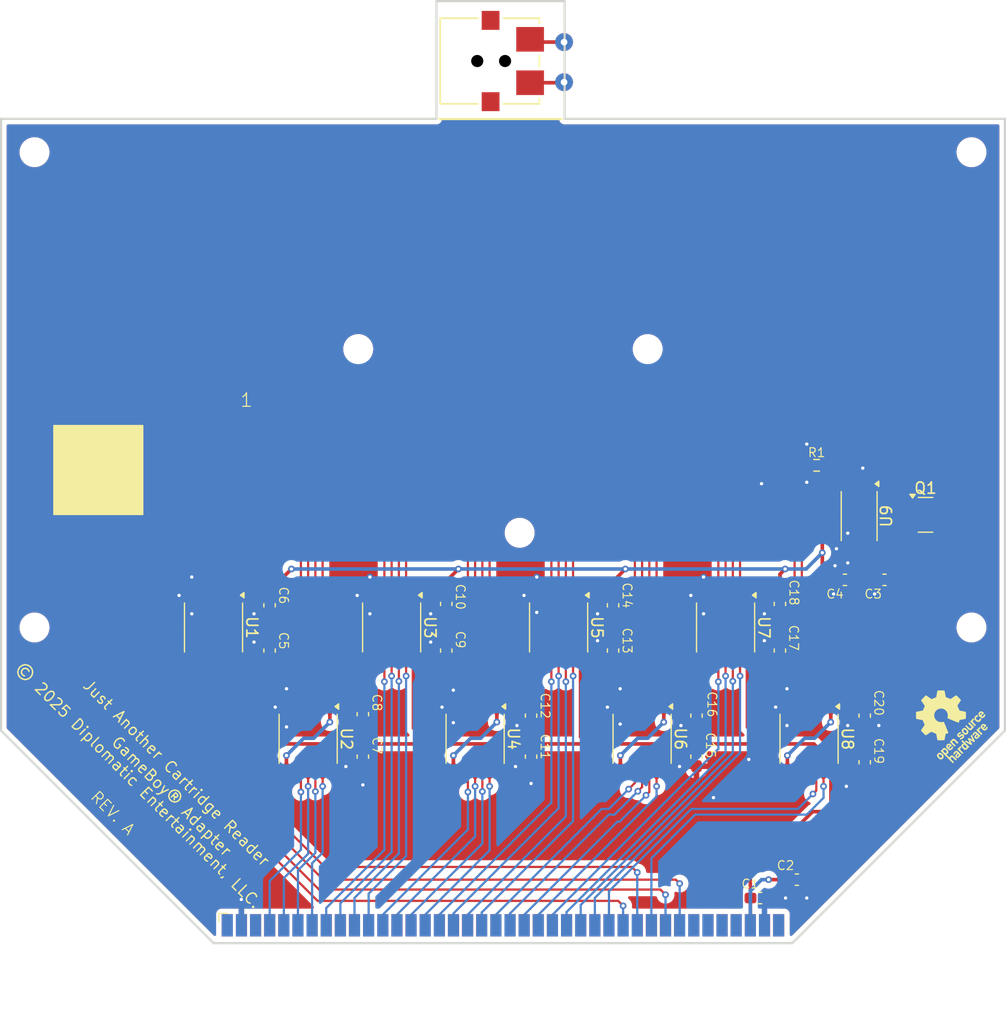
<source format=kicad_pcb>
(kicad_pcb (version 20241229) (generator "pcbnew") (generator_version "9.0")
  (title_block (title "JACR GameBoy Adapter") (rev "A") (company "Diplomatic Entertainment, LLC.") (comment 1 "Break-off switch board and place for added height to switch"))
  (layers (0 "F.Cu" signal) (2 "B.Cu" signal) (13 "F.Paste" user) (15 "B.Paste" user) (5 "F.SilkS" user "F.Silkscreen") (7 "B.SilkS" user "B.Silkscreen") (1 "F.Mask" user) (3 "B.Mask" user) (25 "Edge.Cuts" user))
  (net 0 "")
  (net 3 "GND")
  (net 4 "+5V")
  (net 5 "VCC")
  (net 12 "+3V3")
  (net 67 "A2")
  (net 68 "D6")
  (net 69 "A11")
  (net 70 "A10")
  (net 71 "A7")
  (net 72 "A12")
  (net 73 "A9")
  (net 74 "D8")
  (net 75 "A8")
  (net 76 "A15")
  (net 77 "D9")
  (net 78 "A1")
  (net 79 "A3")
  (net 80 "A14")
  (net 81 "D16")
  (net 82 "A5")
  (net 83 "A13")
  (net 84 "A4")
  (net 85 "A6")
  (net 86 "A0")
  (net 87 "D16_LVS")
  (net 88 "D6_LVS")
  (net 89 "D8_LVS")
  (net 90 "D9_LVS")
  (net 91 "D7")
  (net 92 "D36")
  (net 93 "D34")
  (net 94 "D33")
  (net 95 "D37")
  (net 96 "D30")
  (net 97 "D35")
  (net 98 "D17")
  (net 99 "D32")
  (net 100 "D31")
  (net 101 "D34_LVS")
  (net 102 "D33_LVS")
  (net 103 "A12_LVS")
  (net 104 "A15_LVS")
  (net 105 "D37_LVS")
  (net 106 "A5_LVS")
  (net 107 "A2_LVS")
  (net 108 "A6_LVS")
  (net 109 "D32_LVS")
  (net 110 "A7_LVS")
  (net 111 "A3_LVS")
  (net 112 "A1_LVS")
  (net 113 "A4_LVS")
  (net 114 "D35_LVS")
  (net 115 "A11_LVS")
  (net 116 "A8_LVS")
  (net 117 "D17_LVS")
  (net 118 "A9_LVS")
  (net 119 "A0_LVS")
  (net 120 "D30_LVS")
  (net 121 "D7_LVS")
  (net 122 "A14_LVS")
  (net 123 "A13_LVS")
  (net 124 "D31_LVS")
  (net 125 "D36_LVS")
  (net 126 "A10_LVS")
  (net 129 "Net-(Q1-D)")
  (net 131 "Net-(U9-ILIM)")
  (net 132 "/SW1A1")
  (net 133 "/SW1A2")
  (net 134 "/SW1B2")
  (footprint "Package_SO:TSSOP-8_4.4x3mm_P0.65mm" (layer "F.Cu") (at 182 80 -90)
    (property "Reference" "U9")
    (property "Value" "TPS2113APWR")
  )
  (footprint "Capacitor_SMD:C_0603_1608Metric_Pad1.08x0.95mm_HandSolder" (layer "F.Cu") (at 182.499 97.917 -90)
    (property "Reference" "C20")
    (property "Value" "0.1uF")
  )
  (footprint "MountingHole:MountingHole_2.2mm_M2_ISO7380" (layer "F.Cu") (at 107.917666 47.32)
    (property "Reference" "REF**" (hide yes))
    (property "Value" "MountingHole_2.2mm_M2_ISO7380" (hide yes))
  )
  (footprint "Capacitor_SMD:C_0603_1608Metric_Pad1.08x0.95mm_HandSolder" (layer "F.Cu") (at 144.907 87.884 -90)
    (property "Reference" "C10")
    (property "Value" "0.1uF")
  )
  (footprint "Capacitor_SMD:C_0603_1608Metric_Pad1.08x0.95mm_HandSolder" (layer "F.Cu") (at 173.101 114.3)
    (property "Reference" "C1")
    (property "Value" "10uF")
  )
  (footprint "Package_TO_SOT_SMD:SOT-23" (layer "F.Cu") (at 187.96 79.883)
    (property "Reference" "Q1")
    (property "Value" "BSS84")
  )
  (footprint "Capacitor_SMD:C_0603_1608Metric_Pad1.08x0.95mm_HandSolder" (layer "F.Cu") (at 159.893 88.011 -90)
    (property "Reference" "C14")
    (property "Value" "0.1uF")
  )
  (footprint "Generic:ESE-31R11T_PAN" (layer "F.Cu") (at 148.820701 39.13 90)
    (property "Reference" "SW1_A1" (hide yes))
    (property "Value" "ESE-31X11T")
  )
  (footprint "Package_SO:TSSOP-14_4.4x5mm_P0.65mm" (layer "F.Cu") (at 140 90 -90)
    (property "Reference" "U3")
    (property "Value" "LSF0204PWR")
  )
  (footprint "Capacitor_SMD:C_0603_1608Metric_Pad1.08x0.95mm_HandSolder" (layer "F.Cu") (at 137.414 101.6 -90)
    (property "Reference" "C7")
    (property "Value" "0.1uF")
  )
  (footprint "Symbol:OSHW-Logo_5.7x6mm_SilkScreen" (layer "F.Cu") (at 189.9 98.45 45)
    (property "Reference" "REF**" (hide yes))
    (property "Value" "OSHW-Logo_5.7x6mm_SilkScreen" (hide yes))
  )
  (footprint "Package_SO:TSSOP-14_4.4x5mm_P0.65mm" (layer "F.Cu") (at 162.5 100 -90)
    (property "Reference" "U6")
    (property "Value" "LSF0204PWR")
  )
  (footprint "Capacitor_SMD:C_0603_1608Metric_Pad1.08x0.95mm_HandSolder" (layer "F.Cu") (at 152.527 101.6 -90)
    (property "Reference" "C11")
    (property "Value" "0.1uF")
  )
  (footprint "Resistor_SMD:R_0603_1608Metric_Pad0.98x0.95mm_HandSolder" (layer "F.Cu") (at 178.181 75.438)
    (property "Reference" "R1")
    (property "Value" "510")
  )
  (footprint "JLCPCB:2D Barcode 8mm" (layer "F.Cu") (at 113.65 75.86)
    (property "Reference" "BAR**" (hide yes))
    (property "Value" "2D Barcode 8mm")
  )
  (footprint "Capacitor_SMD:C_0603_1608Metric_Pad1.08x0.95mm_HandSolder" (layer "F.Cu") (at 184.277 85.725 180)
    (property "Reference" "C3")
    (property "Value" "0.1uF")
  )
  (footprint "Capacitor_SMD:C_0603_1608Metric_Pad1.08x0.95mm_HandSolder" (layer "F.Cu") (at 137.414 97.79 -90)
    (property "Reference" "C8")
    (property "Value" "0.1uF")
  )
  (footprint "Nintendo:GBA-SLOT-B" (layer "F.Cu") (at 150 68.5 90)
    (property "Reference" "J2" (hide yes))
    (property "Value" "Nintendo GBA Cartridge Slot" (hide yes))
  )
  (footprint "Capacitor_SMD:C_0603_1608Metric_Pad1.08x0.95mm_HandSolder" (layer "F.Cu") (at 144.907 92.075 90)
    (property "Reference" "C9")
    (property "Value" "0.1uF")
  )
  (footprint "Package_SO:TSSOP-14_4.4x5mm_P0.65mm" (layer "F.Cu") (at 132.5 100 -90)
    (property "Reference" "U2")
    (property "Value" "LSF0204PWR")
  )
  (footprint "Package_SO:TSSOP-14_4.4x5mm_P0.65mm" (layer "F.Cu") (at 155 90 -90)
    (property "Reference" "U5")
    (property "Value" "LSF0204PWR")
  )
  (footprint "Capacitor_SMD:C_0603_1608Metric_Pad1.08x0.95mm_HandSolder" (layer "F.Cu") (at 176.403 112.649)
    (property "Reference" "C2")
    (property "Value" "10uF")
  )
  (footprint "Package_SO:TSSOP-14_4.4x5mm_P0.65mm" (layer "F.Cu") (at 147.5 100 -90)
    (property "Reference" "U4")
    (property "Value" "LSF0204PWR")
  )
  (footprint "Capacitor_SMD:C_0603_1608Metric_Pad1.08x0.95mm_HandSolder" (layer "F.Cu") (at 174.879 92.075 90)
    (property "Reference" "C17")
    (property "Value" "0.1uF")
  )
  (footprint "MountingHole:MountingHole_2.2mm_M2_ISO7380" (layer "F.Cu") (at 151.5 81.5)
    (property "Reference" "REF**" (hide yes))
    (property "Value" "MountingHole_2.2mm_M2_ISO7380" (hide yes))
  )
  (footprint "Package_SO:TSSOP-14_4.4x5mm_P0.65mm" (layer "F.Cu") (at 177.5 100 -90)
    (property "Reference" "U8")
    (property "Value" "LSF0204PWR")
  )
  (footprint "Capacitor_SMD:C_0603_1608Metric_Pad1.08x0.95mm_HandSolder" (layer "F.Cu") (at 159.893 92.075 90)
    (property "Reference" "C13")
    (property "Value" "0.1uF")
  )
  (footprint "MountingHole:MountingHole_2.2mm_M2_ISO7380" (layer "F.Cu") (at 192.091043 47.32)
    (property "Reference" "REF**" (hide yes))
    (property "Value" "MountingHole_2.2mm_M2_ISO7380" (hide yes))
  )
  (footprint "Capacitor_SMD:C_0603_1608Metric_Pad1.08x0.95mm_HandSolder" (layer "F.Cu") (at 129.032 88.011 -90)
    (property "Reference" "C6")
    (property "Value" "0.1uF")
  )
  (footprint "MountingHole:MountingHole_2.2mm_M2_ISO7380" (layer "F.Cu") (at 107.917666 90)
    (property "Reference" "REF**" (hide yes))
    (property "Value" "MountingHole_2.2mm_M2_ISO7380" (hide yes))
  )
  (footprint "Capacitor_SMD:C_0603_1608Metric_Pad1.08x0.95mm_HandSolder" (layer "F.Cu") (at 167.386 101.6 -90)
    (property "Reference" "C15")
    (property "Value" "0.1uF")
  )
  (footprint "Package_SO:TSSOP-14_4.4x5mm_P0.65mm" (layer "F.Cu") (at 170 90 -90)
    (property "Reference" "U7")
    (property "Value" "LSF0204PWR")
  )
  (footprint "Capacitor_SMD:C_0603_1608Metric_Pad1.08x0.95mm_HandSolder" (layer "F.Cu") (at 167.386 97.917 -90)
    (property "Reference" "C16")
    (property "Value" "0.1uF")
  )
  (footprint "Capacitor_SMD:C_0603_1608Metric_Pad1.08x0.95mm_HandSolder" (layer "F.Cu") (at 152.527 97.917 -90)
    (property "Reference" "C12")
    (property "Value" "0.1uF")
  )
  (footprint "Package_SO:TSSOP-14_4.4x5mm_P0.65mm" (layer "F.Cu") (at 124 90 -90)
    (property "Reference" "U1")
    (property "Value" "LSF0204PWR")
  )
  (footprint "Capacitor_SMD:C_0603_1608Metric_Pad1.08x0.95mm_HandSolder" (layer "F.Cu") (at 182.499 102.108 -90)
    (property "Reference" "C19")
    (property "Value" "0.1uF")
  )
  (footprint "Connector_Wire:SolderWire-0.1sqmm_1x02_P3.6mm_D0.4mm_OD1mm" (layer "F.Cu") (at 155.49 41.03 90)
    (property "Reference" "SW1A1" (hide yes))
    (property "Value" "Conn_01x02")
  )
  (footprint "Capacitor_SMD:C_0603_1608Metric_Pad1.08x0.95mm_HandSolder" (layer "F.Cu") (at 129.032 92.075 90)
    (property "Reference" "C5")
    (property "Value" "0.1uF")
  )
  (footprint "Capacitor_SMD:C_0603_1608Metric_Pad1.08x0.95mm_HandSolder" (layer "F.Cu") (at 180.721 85.725)
    (property "Reference" "C4")
    (property "Value" "0.1uF")
  )
  (footprint "MountingHole:MountingHole_2.2mm_M2_ISO7380" (layer "F.Cu") (at 192.091043 90)
    (property "Reference" "REF**" (hide yes))
    (property "Value" "MountingHole_2.2mm_M2_ISO7380" (hide yes))
  )
  (footprint "Connector_Wire:SolderWire-0.1sqmm_1x02_P3.6mm_D0.4mm_OD1mm" (layer "F.Cu") (at 110.46 57.35 -90)
    (property "Reference" "SW1B1" (hide yes))
    (property "Value" "Conn_01x02" (hide yes))
  )
  (footprint "Capacitor_SMD:C_0603_1608Metric_Pad1.08x0.95mm_HandSolder" (layer "F.Cu") (at 174.879 87.884 -90)
    (property "Reference" "C18")
    (property "Value" "0.1uF")
  )
  (footprint "DiplomaticEntertainment:JACR Cartridge Connector" (layer "F.Cu") (at 150 114.75)
    (property "Reference" "J1" (hide yes))
    (property "Value" "JACR CARTRIDGE ADAPTER")
  )
  (footprint "Connector_Wire:SolderWire-0.1sqmm_1x02_P3.6mm_D0.4mm_OD1mm" (layer "F.Cu") (at 189.52 60.21 90)
    (property "Reference" "SW1B1" (hide yes))
    (property "Value" "Conn_01x02" (hide yes))
  )
  (gr_line (start 144.28 44.34) (end 155.28 44.34) (stroke (width 0.2)) (layer "F.SilkS"))
  (gr_line (start 176 118.35) (end 124 118.35) (stroke (width 0.2)) (layer "Edge.Cuts"))
  (gr_line (start 124 118.35) (end 104.917666 99.267666) (stroke (width 0.2)) (layer "Edge.Cuts"))
  (gr_line (start 144.027666 44.32) (end 144.027666 33.75) (stroke (width 0.2)) (layer "Edge.Cuts"))
  (gr_line (start 195.091043 44.32) (end 195.091043 99.255891) (stroke (width 0.2)) (layer "Edge.Cuts"))
  (gr_line (start 144.027666 33.75) (end 155.54 33.75) (stroke (width 0.2)) (layer "Edge.Cuts"))
  (gr_line (start 176 118.35) (end 195.091883 99.258117) (stroke (width 0.2)) (layer "Edge.Cuts"))
  (gr_line (start 104.917666 44.32) (end 144.027666 44.32) (stroke (width 0.2)) (layer "Edge.Cuts"))
  (gr_line (start 195.091043 44.32) (end 155.54 44.32) (stroke (width 0.2)) (layer "Edge.Cuts"))
  (gr_line (start 155.54 44.32) (end 155.54 33.75) (stroke (width 0.2)) (layer "Edge.Cuts"))
  (gr_line (start 104.917666 44.32) (end 104.917666 99.267666) (stroke (width 0.2)) (layer "Edge.Cuts"))
  (gr_text "© 2025 Diplomatic Entertainment, LLC." (at 105.994 93.776 315) (layer "F.SilkS") (effects (font (size 1 1) (thickness 0.125)) (justify left bottom)))
  (gr_text "REV. A" (at 112.77 105.31 315) (layer "F.SilkS") (effects (font (size 1 1) (thickness 0.1)) (justify left bottom)))
  (gr_text "GameBoy^{®} Adapter" (at 114.63 100.38 315) (layer "F.SilkS") (effects (font (size 1 1) (thickness 0.125)) (justify left bottom)))
  (gr_text "Just Another Cartridge Reader" (at 112.09 95.3 315) (layer "F.SilkS") (effects (font (size 1 1) (thickness 0.125)) (justify left bottom)))
  (segment (start 181.025 82.8625) (end 181.025 84.151) (width 0.2) (layer "F.Cu") (net 3))
  (segment (start 138.05 85.472) (end 138.049 85.471) (width 0.2) (layer "F.Cu") (net 3))
  (segment (start 122.05 85.474) (end 122.047 85.471) (width 0.2) (layer "F.Cu") (net 3))
  (segment (start 153.05 87.1375) (end 153.05 88.631) (width 0.2) (layer "F.Cu") (net 3))
  (segment (start 153.05 87.1375) (end 153.05 85.486) (width 0.2) (layer "F.Cu") (net 3))
  (segment (start 138.05 88.772) (end 138.049 88.773) (width 0.2) (layer "F.Cu") (net 3))
  (segment (start 122.05 87.1375) (end 120.9195 87.1375) (width 0.2) (layer "F.Cu") (net 3))
  (segment (start 168.05 87.1375) (end 166.8935 87.1375) (width 0.2) (layer "F.Cu") (net 3))
  (segment (start 145.55 97.1375) (end 144.5435 97.1375) (width 0.2) (layer "F.Cu") (net 3))
  (segment (start 136.9215 87.1375) (end 136.906 87.122) (width 0.2) (layer "F.Cu") (net 3))
  (segment (start 138.05 87.1375) (end 138.05 88.772) (width 0.2) (layer "F.Cu") (net 3))
  (segment (start 181.025 84.151) (end 180.975 84.201) (width 0.2) (layer "F.Cu") (net 3))
  (segment (start 122.05 88.77) (end 122.047 88.773) (width 0.2) (layer "F.Cu") (net 3))
  (segment (start 138.05 87.1375) (end 138.05 85.472) (width 0.2) (layer "F.Cu") (net 3))
  (segment (start 153.05 85.486) (end 153.035 85.471) (width 0.2) (layer "F.Cu") (net 3))
  (segment (start 182.325 75.692) (end 182.325 77.1375) (width 0.2) (layer "F.Cu") (net 3))
  (segment (start 120.9195 87.1375) (end 120.904 87.122) (width 0.2) (layer "F.Cu") (net 3))
  (segment (start 153.05 87.1375) (end 151.9075 87.1375) (width 0.2) (layer "F.Cu") (net 3))
  (segment (start 145.55 97.1375) (end 145.55 95.639) (width 0.2) (layer "F.Cu") (net 3))
  (segment (start 181.025 82.8625) (end 181.025 81.584) (width 0.2) (layer "F.Cu") (net 3))
  (segment (start 181.025 81.584) (end 180.975 81.534) (width 0.2) (layer "F.Cu") (net 3))
  (segment (start 173.495 114.7685) (end 173.9635 114.3) (width 0.2) (layer "F.Cu") (net 3))
  (segment (start 145.55 97.1375) (end 145.55 98.544) (width 0.2) (layer "F.Cu") (net 3))
  (segment (start 168.05 87.1375) (end 168.05 85.5) (width 0.2) (layer "F.Cu") (net 3))
  (segment (start 144.5435 97.1375) (end 144.526 97.155) (width 0.2) (layer "F.Cu") (net 3))
  (segment (start 145.55 98.544) (end 145.542 98.552) (width 0.2) (layer "F.Cu") (net 3))
  (segment (start 138.05 87.1375) (end 136.9215 87.1375) (width 0.2) (layer "F.Cu") (net 3))
  (segment (start 153.05 88.631) (end 153.035 88.646) (width 0.2) (layer "F.Cu") (net 3))
  (segment (start 130.55 95.51) (end 130.556 95.504) (width 0.2) (layer "F.Cu") (net 3))
  (segment (start 168.05 88.744) (end 168.021 88.773) (width 0.2) (layer "F.Cu") (net 3))
  (segment (start 130.55 98.927) (end 130.556 98.933) (width 0.2) (layer "F.Cu") (net 3))
  (segment (start 166.8935 87.1375) (end 166.878 87.122) (width 0.2) (layer "F.Cu") (net 3))
  (segment (start 130.55 97.1375) (end 130.55 95.51) (width 0.2) (layer "F.Cu") (net 3))
  (segment (start 168.05 85.5) (end 168.021 85.471) (width 0.2) (layer "F.Cu") (net 3))
  (segment (start 122.05 87.1375) (end 122.05 88.77) (width 0.2) (layer "F.Cu") (net 3))
  (segment (start 122.05 87.1375) (end 122.05 85.474) (width 0.2) (layer "F.Cu") (net 3))
  (segment (start 168.05 87.1375) (end 168.05 88.744) (width 0.2) (layer "F.Cu") (net 3))
  (segment (start 129.5575 97.1375) (end 129.54 97.155) (width 0.2) (layer "F.Cu") (net 3))
  (segment (start 173.495 116.75) (end 173.495 114.7685) (width 0.2) (layer "F.Cu") (net 3))
  (segment (start 145.55 95.639) (end 145.542 95.631) (width 0.2) (layer "F.Cu") (net 3))
  (segment (start 151.9075 87.1375) (end 151.892 87.122) (width 0.2) (layer "F.Cu") (net 3))
  (segment (start 181.025 82.8625) (end 180.0275 82.8625) (width 0.2) (layer "F.Cu") (net 3))
  (segment (start 130.55 97.1375) (end 130.55 98.927) (width 0.2) (layer "F.Cu") (net 3))
  (segment (start 180.0275 82.8625) (end 179.959 82.931) (width 0.2) (layer "F.Cu") (net 3))
  (segment (start 130.55 97.1375) (end 129.5575 97.1375) (width 0.2) (layer "F.Cu") (net 3))
  (via (at 143.51 88.773) (size 0.6) (drill 0.3) (layers "F.Cu" "B.Cu") (net 3))
  (via (at 179.959 82.931) (size 0.6) (drill 0.3) (layers "F.Cu" "B.Cu") (net 3))
  (via (at 182.325 75.692) (size 0.6) (drill 0.3) (layers "F.Cu" "B.Cu") (net 3))
  (via (at 173.482 91.186) (size 0.6) (drill 0.3) (layers "F.Cu" "B.Cu") (net 3))
  (via (at 175.387 114.3) (size 0.6) (drill 0.3) (layers "F.Cu" "B.Cu") (net 3))
  (via (at 172.085 101.854) (size 0.6) (drill 0.3) (layers "F.Cu" "B.Cu") (net 3))
  (via (at 144.526 97.155) (size 0.6) (drill 0.3) (layers "F.Cu" "B.Cu") (net 3))
  (via (at 177.292 76.962) (size 0.6) (drill 0.3) (layers "F.Cu" "B.Cu") (net 3))
  (via (at 183.769 98.806) (size 0.6) (drill 0.3) (layers "F.Cu" "B.Cu") (net 3))
  (via (at 122.047 85.471) (size 0.6) (drill 0.3) (layers "F.Cu" "B.Cu") (net 3))
  (via (at 136.906 87.122) (size 0.6) (drill 0.3) (layers "F.Cu" "B.Cu") (net 3))
  (via (at 183.388 86.995) (size 0.6) (drill 0.3) (layers "F.Cu" "B.Cu") (net 3))
  (via (at 153.035 85.471) (size 0.6) (drill 0.3) (layers "F.Cu" "B.Cu") (net 3))
  (via (at 177.292 114.3) (size 0.6) (drill 0.3) (layers "F.Cu" "B.Cu") (net 3))
  (via (at 138.049 85.471) (size 0.6) (drill 0.3) (layers "F.Cu" "B.Cu") (net 3))
  (via (at 135.89 102.489) (size 0.6) (drill 0.3) (layers "F.Cu" "B.Cu") (net 3))
  (via (at 165.989 98.806) (size 0.6) (drill 0.3) (layers "F.Cu" "B.Cu") (net 3))
  (via (at 175.514 95.504) (size 0.6) (drill 0.3) (layers "F.Cu" "B.Cu") (net 3))
  (via (at 160.528 95.504) (size 0.6) (drill 0.3) (layers "F.Cu" "B.Cu") (net 3))
  (via (at 145.542 98.552) (size 0.6) (drill 0.3) (layers "F.Cu" "B.Cu") (net 3))
  (via (at 180.975 98.806) (size 0.6) (drill 0.3) (layers "F.Cu" "B.Cu") (net 3))
  (via (at 153.035 88.646) (size 0.6) (drill 0.3) (layers "F.Cu" "B.Cu") (net 3))
  (via (at 166.878 87.122) (size 0.6) (drill 0.3) (layers "F.Cu" "B.Cu") (net 3))
  (via (at 151.13 102.489) (size 0.6) (drill 0.3) (layers "F.Cu" "B.Cu") (net 3))
  (via (at 129.54 97.155) (size 0.6) (drill 0.3) (layers "F.Cu" "B.Cu") (net 3))
  (via (at 160.528 98.679) (size 0.6) (drill 0.3) (layers "F.Cu" "B.Cu") (net 3))
  (via (at 180.848 104.267) (size 0.6) (drill 0.3) (layers "F.Cu" "B.Cu") (net 3))
  (via (at 151.257 98.806) (size 0.6) (drill 0.3) (layers "F.Cu" "B.Cu") (net 3))
  (via (at 179.705 86.995) (size 0.6) (drill 0.3) (layers "F.Cu" "B.Cu") (net 3))
  (via (at 168.91 105.283) (size 0.6) (drill 0.3) (layers "F.Cu" "B.Cu") (net 3))
  (via (at 127.635 88.773) (size 0.6) (drill 0.3) (layers "F.Cu" "B.Cu") (net 3))
  (via (at 173.228 77.089) (size 0.6) (drill 0.3) (layers "F.Cu" "B.Cu") (net 3))
  (via (at 165.862 102.489) (size 0.6) (drill 0.3) (layers "F.Cu" "B.Cu") (net 3))
  (via (at 180.975 81.534) (size 0.6) (drill 0.3) (layers "F.Cu" "B.Cu") (net 3))
  (via (at 130.556 95.504) (size 0.6) (drill 0.3) (layers "F.Cu" "B.Cu") (net 3))
  (via (at 158.496 88.773) (size 0.6) (drill 0.3) (layers "F.Cu" "B.Cu") (net 3))
  (via (at 159.385 97.155) (size 0.6) (drill 0.3) (layers "F.Cu" "B.Cu") (net 3))
  (via (at 177.292 73.533) (size 0.6) (drill 0.3) (layers "F.Cu" "B.Cu") (net 3))
  (via (at 152.527 104.013) (size 0.6) (drill 0.3) (layers "F.Cu" "B.Cu") (net 3))
  (via (at 168.021 88.773) (size 0.6) (drill 0.3) (layers "F.Cu" "B.Cu") (net 3))
  (via (at 143.51 91.313) (size 0.6) (drill 0.3) (layers "F.Cu" "B.Cu") (net 3))
  (via (at 174.498 97.155) (size 0.6) (drill 0.3) (layers "F.Cu" "B.Cu") (net 3))
  (via (at 175.514 98.806) (size 0.6) (drill 0.3) (layers "F.Cu" "B.Cu") (net 3))
  (via (at 168.021 85.471) (size 0.6) (drill 0.3) (layers "F.Cu" "B.Cu") (net 3))
  (via (at 151.892 87.122) (size 0.6) (drill 0.3) (layers "F.Cu" "B.Cu") (net 3))
  (via (at 138.049 88.773) (size 0.6) (drill 0.3) (layers "F.Cu" "B.Cu") (net 3))
  (via (at 173.482 88.773) (size 0.6) (drill 0.3) (layers "F.Cu" "B.Cu") (net 3))
  (via (at 122.047 88.773) (size 0.6) (drill 0.3) (layers "F.Cu" "B.Cu") (net 3))
  (via (at 137.414 104.14) (size 0.6) (drill 0.3) (layers "F.Cu" "B.Cu") (net 3))
  (via (at 145.542 95.631) (size 0.6) (drill 0.3) (layers "F.Cu" "B.Cu") (net 3))
  (via (at 130.556 98.933) (size 0.6) (drill 0.3) (layers "F.Cu" "B.Cu") (net 3))
  (via (at 180.975 84.201) (size 0.6) (drill 0.3) (layers "F.Cu" "B.Cu") (net 3))
  (via (at 158.496 91.186) (size 0.6) (drill 0.3) (layers "F.Cu" "B.Cu") (net 3))
  (via (at 120.904 87.122) (size 0.6) (drill 0.3) (layers "F.Cu" "B.Cu") (net 3))
  (via (at 126.492 114.427) (size 0.6) (drill 0.3) (layers "F.Cu" "B.Cu") (net 3))
  (via (at 127.635 91.313) (size 0.6) (drill 0.3) (layers "F.Cu" "B.Cu") (net 3))
  (via (at 179.832 84.455) (size 0.6) (drill 0.3) (layers "F.Cu" "B.Cu") (net 3))
  (segment (start 180.374 102.8625) (end 181.991 101.2455) (width 0.325) (layer "F.Cu") (net 4))
  (segment (start 148.463 100.457) (end 143.383 100.457) (width 0.325) (layer "F.Cu") (net 4))
  (segment (start 149.45 102.8625) (end 149.45 101.444) (width 0.325) (layer "F.Cu") (net 4))
  (segment (start 125.95 92.8625) (end 128.957 92.8625) (width 0.325) (layer "F.Cu") (net 4))
  (segment (start 165.708336 100.468664) (end 165.708336 100.457) (width 0.325) (layer "F.Cu") (net 4))
  (segment (start 142.025 92.9375) (end 141.95 92.8625) (width 0.325) (layer "F.Cu") (net 4))
  (segment (start 156.972 92.8845) (end 156.972 99.822) (width 0.325) (layer "F.Cu") (net 4))
  (segment (start 179.45 102.8625) (end 179.45 101.98) (width 0.325) (layer "F.Cu") (net 4))
  (segment (start 179.4635 106.5405) (end 180.6065 106.5405) (width 0.325) (layer "F.Cu") (net 4))
  (segment (start 171.9635 98.9385) (end 171.9635 92.876) (width 0.325) (layer "F.Cu") (net 4))
  (segment (start 171.9635 92.876) (end 171.95 92.8625) (width 0.325) (layer "F.Cu") (net 4))
  (segment (start 179.4635 102.876) (end 179.45 102.8625) (width 0.325) (layer "F.Cu") (net 4))
  (segment (start 179.45 101.98) (end 177.927 100.457) (width 0.325) (layer "F.Cu") (net 4))
  (segment (start 134.45 102.8625) (end 134.45 101.557) (width 0.325) (layer "F.Cu") (net 4))
  (segment (start 164.45 102.8625) (end 164.45 101.727) (width 0.325) (layer "F.Cu") (net 4))
  (segment (start 180.6065 106.5405) (end 184.658 102.489) (width 0.325) (layer "F.Cu") (net 4))
  (segment (start 141.9635 92.876) (end 141.95 92.8625) (width 0.325) (layer "F.Cu") (net 4))
  (segment (start 164.45 101.727) (end 165.708336 100.468664) (width 0.325) (layer "F.Cu") (net 4))
  (segment (start 177.8125 106.5405) (end 179.4635 106.5405) (width 0.325) (layer "F.Cu") (net 4))
  (segment (start 181.675 85.6335) (end 181.675 82.8625) (width 0.325) (layer "F.Cu") (net 4))
  (segment (start 157.025 92.9375) (end 156.95 92.8625) (width 0.325) (layer "F.Cu") (net 4))
  (segment (start 179.45 102.8625) (end 180.374 102.8625) (width 0.325) (layer "F.Cu") (net 4))
  (segment (start 141.9635 99.0375) (end 141.9635 92.876) (width 0.325) (layer "F.Cu") (net 4))
  (segment (start 173.482 100.457) (end 171.9635 98.9385) (width 0.325) (layer "F.Cu") (net 4))
  (segment (start 157.607 100.457) (end 173.482 100.457) (width 0.325) (layer "F.Cu") (net 4))
  (segment (start 159.893 92.9375) (end 157.025 92.9375) (width 0.325) (layer "F.Cu") (net 4))
  (segment (start 144.907 92.9375) (end 142.025 92.9375) (width 0.325) (layer "F.Cu") (net 4))
  (segment (start 125.95 97.883) (end 125.95 92.8625) (width 0.325) (layer "F.Cu") (net 4))
  (segment (start 128.524 100.457) (end 125.95 97.883) (width 0.325) (layer "F.Cu") (net 4))
  (segment (start 181.991 101.2455) (end 182.499 101.2455) (width 0.325) (layer "F.Cu") (net 4))
  (segment (start 172.225 117) (end 172.225 112.128) (width 0.325) (layer "F.Cu") (net 4))
  (segment (start 172.225 112.128) (end 177.8125 106.5405) (width 0.325) (layer "F.Cu") (net 4))
  (segment (start 134.45 101.557) (end 135.55 100.457) (width 0.325) (layer "F.Cu") (net 4))
  (segment (start 172.025 92.9375) (end 171.95 92.8625) (width 0.325) (layer "F.Cu") (net 4))
  (segment (start 143.383 100.457) (end 128.524 100.457) (width 0.325) (layer "F.Cu") (net 4))
  (segment (start 181.5835 87.4765) (end 181.5835 85.725) (width 0.325) (layer "F.Cu") (net 4))
  (segment (start 181.5835 85.725) (end 181.675 85.6335) (width 0.325) (layer "F.Cu") (net 4))
  (segment (start 173.482 100.457) (end 177.927 100.457) (width 0.325) (layer "F.Cu") (net 4))
  (segment (start 184.658 90.551) (end 181.5835 87.4765) (width 0.325) (layer "F.Cu") (net 4))
  (segment (start 184.658 102.489) (end 184.658 90.551) (width 0.325) (layer "F.Cu") (net 4))
  (segment (start 156.972 99.822) (end 157.607 100.457) (width 0.325) (layer "F.Cu") (net 4))
  (segment (start 156.95 92.8625) (end 156.972 92.8845) (width 0.325) (layer "F.Cu") (net 4))
  (segment (start 128.957 92.8625) (end 129.032 92.9375) (width 0.325) (layer "F.Cu") (net 4))
  (segment (start 149.45 101.444) (end 150.437 100.457) (width 0.325) (layer "F.Cu") (net 4))
  (segment (start 157.607 100.457) (end 148.463 100.457) (width 0.325) (layer "F.Cu") (net 4))
  (segment (start 179.4635 106.5405) (end 179.4635 102.876) (width 0.325) (layer "F.Cu") (net 4))
  (segment (start 143.383 100.457) (end 141.9635 99.0375) (width 0.325) (layer "F.Cu") (net 4))
  (segment (start 174.879 92.9375) (end 172.025 92.9375) (width 0.325) (layer "F.Cu") (net 4))
  (segment (start 144.907 87.0215) (end 142.066 87.0215) (width 0.325) (layer "F.Cu") (net 5))
  (segment (start 134.66 96.9275) (end 134.45 97.1375) (width 0.325) (layer "F.Cu") (net 5))
  (segment (start 178.79 91.69) (end 178.81 91.69) (width 0.325) (layer "F.Cu") (net 5))
  (segment (start 146 84.75) (end 144.907 85.843) (width 0.325) (layer "F.Cu") (net 5))
  (segment (start 130.55 102.8625) (end 130.55 101.5) (width 0.325) (layer "F.Cu") (net 5))
  (segment (start 174.89 85.21) (end 174.89 87.0105) (width 0.325) (layer "F.Cu") (net 5))
  (segment (start 168.05 92.8625) (end 168.05 96.3905) (width 0.325) (layer "F.Cu") (net 5))
  (segment (start 153.05 92.11674) (end 153.05 92.8625) (width 0.325) (layer "F.Cu") (net 5))
  (segment (start 141.95 87.1375) (end 141.95 87.92) (width 0.325) (layer "F.Cu") (net 5))
  (segment (start 168.05 91.78326) (end 168.05 92.8625) (width 0.325) (layer "F.Cu") (net 5))
  (segment (start 129.032 86.718) (end 129.032 87.1485) (width 0.325) (layer "F.Cu") (net 5))
  (segment (start 131 84.75) (end 129.032 86.718) (width 0.325) (layer "F.Cu") (net 5))
  (segment (start 142.066 87.0215) (end 141.95 87.1375) (width 0.325) (layer "F.Cu") (net 5))
  (segment (start 137.414 96.9275) (end 134.66 96.9275) (width 0.325) (layer "F.Cu") (net 5))
  (segment (start 159.893 87.1485) (end 156.961 87.1485) (width 0.325) (layer "F.Cu") (net 5))
  (segment (start 181.737 80.772) (end 180.213 80.772) (width 0.325) (layer "F.Cu") (net 5))
  (segment (start 153.05 92.8625) (end 153.05 96.5315) (width 0.325) (layer "F.Cu") (net 5))
  (segment (start 138.05 96.2915) (end 137.414 96.9275) (width 0.325) (layer "F.Cu") (net 5))
  (segment (start 125.95 87.1375) (end 125.95 87.88326) (width 0.325) (layer "F.Cu") (net 5))
  (segment (start 125.961 87.1485) (end 125.95 87.1375) (width 0.325) (layer "F.Cu") (net 5))
  (segment (start 179.45 92.33) (end 179.45 97.1375) (width 0.325) (layer "F.Cu") (net 5))
  (segment (start 156.961 87.1485) (end 156.95 87.1375) (width 0.325) (layer "F.Cu") (net 5))
  (segment (start 159.893 85.857) (end 161 84.75) (width 0.325) (layer "F.Cu") (net 5))
  (segment (start 174.752 78.359) (end 174.752 70.739) (width 0.325) (layer "F.Cu") (net 5))
  (segment (start 179.45 97.1375) (end 182.416 97.1375) (width 0.325) (layer "F.Cu") (net 5))
  (segment (start 167.386 97.0545) (end 164.533 97.0545) (width 0.325) (layer "F.Cu") (net 5))
  (segment (start 126.75 70.481) (end 126.75 73.325) (width 0.325) (layer "F.Cu") (net 5))
  (segment (start 160.55 102.8625) (end 160.55 101.5) (width 0.325) (layer "F.Cu") (net 5))
  (segment (start 175.35 84.75) (end 174.89 85.21) (width 0.325) (layer "F.Cu") (net 5))
  (segment (start 178.689 83.29) (end 178.689 91.589) (width 0.325) (layer "F.Cu") (net 5))
  (segment (start 145.55 102.8625) (end 145.55 101.5) (width 0.325) (layer "F.Cu") (net 5))
  (segment (start 156.95 88.21674) (end 153.05 92.11674) (width 0.325) (layer "F.Cu") (net 5))
  (segment (start 138.05 91.82) (end 138.05 92.8625) (width 0.325) (layer "F.Cu") (net 5))
  (segment (start 149.45 97.1375) (end 149.45 98.5) (width 0.325) (layer "F.Cu") (net 5))
  (segment (start 182.325 81.36) (end 181.737 80.772) (width 0.325) (layer "F.Cu") (net 5))
  (segment (start 122.05 91.78326) (end 122.05 92.8625) (width 0.325) (layer "F.Cu") (net 5))
  (segment (start 174.879 87.0215) (end 172.066 87.0215) (width 0.325) (layer "F.Cu") (net 5))
  (segment (start 127.254 69.977) (end 126.75 70.481) (width 0.325) (layer "F.Cu") (net 5))
  (segment (start 179.45 97.1375) (end 179.45 98.5) (width 0.325) (layer "F.Cu") (net 5))
  (segment (start 156.95 87.1375) (end 156.95 88.21674) (width 0.325) (layer "F.Cu") (net 5))
  (segment (start 134.45 97.1375) (end 134.45 98.5) (width 0.325) (layer "F.Cu") (net 5))
  (segment (start 172.066 87.0215) (end 171.95 87.1375) (width 0.325) (layer "F.Cu") (net 5))
  (segment (start 129.032 87.1485) (end 125.961 87.1485) (width 0.325) (layer "F.Cu") (net 5))
  (segment (start 175.55 101.5) (end 175.55 102.8625) (width 0.325) (layer "F.Cu") (net 5))
  (segment (start 159.893 87.1485) (end 159.893 85.857) (width 0.325) (layer "F.Cu") (net 5))
  (segment (start 149.533 97.0545) (end 149.45 97.1375) (width 0.325) (layer "F.Cu") (net 5))
  (segment (start 141.95 87.92) (end 138.05 91.82) (width 0.325) (layer "F.Cu") (net 5))
  (segment (start 178.81 91.69) (end 179.45 92.33) (width 0.325) (layer "F.Cu") (net 5))
  (segment (start 164.45 97.1375) (end 164.45 98.5) (width 0.325) (layer "F.Cu") (net 5))
  (segment (start 178.689 83.29) (end 178.689 82.296) (width 0.325) (layer "F.Cu") (net 5))
  (segment (start 182.325 82.8625) (end 182.325 81.36) (width 0.325) (layer "F.Cu") (net 5))
  (segment (start 178.689 82.296) (end 174.752 78.359) (width 0.325) (layer "F.Cu") (net 5))
  (segment (start 152.527 97.0545) (end 149.533 97.0545) (width 0.325) (layer "F.Cu") (net 5))
  (segment (start 174.89 87.0105) (end 174.879 87.0215) (width 0.325) (layer "F.Cu") (net 5))
  (segment (start 153.05 96.5315) (end 152.527 97.0545) (width 0.325) (layer "F.Cu") (net 5))
  (segment (start 173.99 69.977) (end 127.254 69.977) (width 0.325) (layer "F.Cu") (net 5))
  (segment (start 164.533 97.0545) (end 164.45 97.1375) (width 0.325) (layer "F.Cu") (net 5))
  (segment (start 174.752 70.739) (end 173.99 69.977) (width 0.325) (layer "F.Cu") (net 5))
  (segment (start 171.95 87.88326) (end 168.05 91.78326) (width 0.325) (layer "F.Cu") (net 5))
  (segment (start 138.05 92.8625) (end 138.05 96.2915) (width 0.325) (layer "F.Cu") (net 5))
  (segment (start 168.05 96.3905) (end 167.386 97.0545) (width 0.325) (layer "F.Cu") (net 5))
  (segment (start 144.907 85.843) (end 144.907 87.0215) (width 0.325) (layer "F.Cu") (net 5))
  (segment (start 125.95 87.88326) (end 122.05 91.78326) (width 0.325) (layer "F.Cu") (net 5))
  (segment (start 171.95 87.1375) (end 171.95 87.88326) (width 0.325) (layer "F.Cu") (net 5))
  (segment (start 178.689 91.589) (end 178.79 91.69) (width 0.325) (layer "F.Cu") (net 5))
  (segment (start 178.689 82.296) (end 180.213 80.772) (width 0.325) (layer "F.Cu") (net 5))
  (via (at 146 84.75) (size 0.6) (drill 0.3) (layers "F.Cu" "B.Cu") (net 5))
  (via (at 178.689 83.29) (size 0.6) (drill 0.3) (layers "F.Cu" "B.Cu") (net 5))
  (via (at 134.45 98.5) (size 0.6) (drill 0.3) (layers "F.Cu" "B.Cu") (net 5))
  (via (at 130.55 101.5) (size 0.6) (drill 0.3) (layers "F.Cu" "B.Cu") (net 5))
  (via (at 145.55 101.5) (size 0.6) (drill 0.3) (layers "F.Cu" "B.Cu") (net 5))
  (via (at 161 84.75) (size 0.6) (drill 0.3) (layers "F.Cu" "B.Cu") (net 5))
  (via (at 149.45 98.5) (size 0.6) (drill 0.3) (layers "F.Cu" "B.Cu") (net 5))
  (via (at 179.45 98.5) (size 0.6) (drill 0.3) (layers "F.Cu" "B.Cu") (net 5))
  (via (at 164.45 98.5) (size 0.6) (drill 0.3) (layers "F.Cu" "B.Cu") (net 5))
  (via (at 175.55 101.5) (size 0.6) (drill 0.3) (layers "F.Cu" "B.Cu") (net 5))
  (via (at 175.35 84.75) (size 0.6) (drill 0.3) (layers "F.Cu" "B.Cu") (net 5))
  (via (at 131 84.75) (size 0.6) (drill 0.3) (layers "F.Cu" "B.Cu") (net 5))
  (via (at 160.55 101.5) (size 0.6) (drill 0.3) (layers "F.Cu" "B.Cu") (net 5))
  (segment (start 133.001 99.949) (end 132.101 99.949) (width 0.325) (layer "B.Cu") (net 5))
  (segment (start 134.45 98.5) (end 133.001 99.949) (width 0.325) (layer "B.Cu") (net 5))
  (segment (start 178.001 99.949) (end 177.101 99.949) (width 0.325) (layer "B.Cu") (net 5))
  (segment (start 164.45 98.5) (end 163.001 99.949) (width 0.325) (layer "B.Cu") (net 5))
  (segment (start 132.101 99.949) (end 130.55 101.5) (width 0.325) (layer "B.Cu") (net 5))
  (segment (start 148.001 99.949) (end 147.101 99.949) (width 0.325) (layer "B.Cu") (net 5))
  (segment (start 146 84.75) (end 131 84.75) (width 0.325) (layer "B.Cu") (net 5))
  (segment (start 177.229 84.75) (end 175.35 84.75) (width 0.325) (layer "B.Cu") (net 5))
  (segment (start 177.101 99.949) (end 175.55 101.5) (width 0.325) (layer "B.Cu") (net 5))
  (segment (start 163.001 99.949) (end 162.101 99.949) (width 0.325) (layer "B.Cu") (net 5))
  (segment (start 162.101 99.949) (end 160.55 101.5) (width 0.325) (layer "B.Cu") (net 5))
  (segment (start 175.35 84.75) (end 161 84.75) (width 0.325) (layer "B.Cu") (net 5))
  (segment (start 161 84.75) (end 146 84.75) (width 0.325) (layer "B.Cu") (net 5))
  (segment (start 147.101 99.949) (end 145.55 101.5) (width 0.325) (layer "B.Cu") (net 5))
  (segment (start 149.45 98.5) (end 148.001 99.949) (width 0.325) (layer "B.Cu") (net 5))
  (segment (start 179.45 98.5) (end 178.001 99.949) (width 0.325) (layer "B.Cu") (net 5))
  (segment (start 178.689 83.29) (end 177.229 84.75) (width 0.325) (layer "B.Cu") (net 5))
  (segment (start 185.1395 85.725) (end 185.7005 86.286) (width 0.325) (layer "F.Cu") (net 12))
  (segment (start 108.53 57.89) (end 108.53 65.94) (width 0.325) (layer "F.Cu") (net 12))
  (segment (start 183.970024 84.8865) (end 183.9465 84.8865) (width 0.325) (layer "F.Cu") (net 12))
  (segment (start 189.59 61.01) (end 182.828 61.01) (width 0.325) (layer "F.Cu") (net 12))
  (segment (start 185.7005 102.489) (end 175.5405 112.649) (width 0.325) (layer "F.Cu") (net 12))
  (segment (start 176.149 67.689) (end 176.149 70.511) (width 0.325) (layer "F.Cu") (net 12))
  (segment (start 175.15 66.69) (end 176.149 67.689) (width 0.325) (layer "F.Cu") (net 12))
  (segment (start 184.3155 85.2555) (end 184.3155 85.231976) (width 0.325) (layer "F.Cu") (net 12))
  (segment (start 110.46 57.35) (end 109.07 57.35) (width 0.325) (layer "F.Cu") (net 12))
  (segment (start 184.785 85.725) (end 184.3155 85.2555) (width 0.325) (layer "F.Cu") (net 12))
  (segment (start 185.1395 85.725) (end 185.1395 84.9895) (width 0.325) (layer "F.Cu") (net 12))
  (segment (start 185.1395 85.725) (end 184.785 85.725) (width 0.325) (layer "F.Cu") (net 12))
  (segment (start 109.07 57.35) (end 108.53 57.89) (width 0.325) (layer "F.Cu") (net 12))
  (segment (start 173.863 112.649) (end 175.5405 112.649) (width 0.325) (layer "F.Cu") (net 12))
  (segment (start 183.322 80.833) (end 187.0225 80.833) (width 0.325) (layer "F.Cu") (net 12))
  (segment (start 176.149 77.597) (end 178.181 79.629) (width 0.325) (layer "F.Cu") (net 12))
  (segment (start 109.28 66.69) (end 175.15 66.69) (width 0.325) (layer "F.Cu") (net 12))
  (segment (start 108.53 65.94) (end 109.28 66.69) (width 0.325) (layer "F.Cu") (net 12))
  (segment (start 178.181 79.629) (end 182.118 79.629) (width 0.325) (layer "F.Cu") (net 12))
  (segment (start 182.975 83.915) (end 182.975 82.8625) (width 0.325) (layer "F.Cu") (net 12))
  (segment (start 185.1395 84.9895) (end 187.0225 83.1065) (width 0.325) (layer "F.Cu") (net 12))
  (segment (start 176.149 70.511) (end 176.149 77.597) (width 0.325) (layer "F.Cu") (net 12))
  (segment (start 184.3155 85.231976) (end 183.970024 84.8865) (width 0.325) (layer "F.Cu") (net 12))
  (segment (start 182.118 79.629) (end 183.322 80.833) (width 0.325) (layer "F.Cu") (net 12))
  (segment (start 185.7005 86.286) (end 185.7005 102.489) (width 0.325) (layer "F.Cu") (net 12))
  (segment (start 183.9465 84.8865) (end 182.975 83.915) (width 0.325) (layer "F.Cu") (net 12))
  (segment (start 182.828 61.01) (end 176.149 67.689) (width 0.325) (layer "F.Cu") (net 12))
  (segment (start 187.0225 83.1065) (end 187.0225 80.833) (width 0.325) (layer "F.Cu") (net 12))
  (via (at 173.863 112.649) (size 0.6) (drill 0.3) (layers "F.Cu" "B.Cu") (net 12))
  (segment (start 172.225 113.652) (end 172.225 117) (width 0.325) (layer "B.Cu") (net 12))
  (segment (start 173.228 112.649) (end 172.225 113.652) (width 0.325) (layer "B.Cu") (net 12))
  (segment (start 173.863 112.649) (end 173.228 112.649) (width 0.325) (layer "B.Cu") (net 12))
  (segment (start 133.15 102.8625) (end 133.15 104.733372) (width 0.2) (layer "F.Cu") (net 67))
  (via (at 133.15 104.733372) (size 0.6) (drill 0.3) (layers "F.Cu" "B.Cu") (net 67))
  (segment (start 131.585 111.8061) (end 131.585 117) (width 0.2) (layer "B.Cu") (net 67))
  (segment (start 133.15 104.733372) (end 133.15 110.2411) (width 0.2) (layer "B.Cu") (net 67))
  (segment (start 133.15 110.2411) (end 131.585 111.8061) (width 0.2) (layer "B.Cu") (net 67))
  (segment (start 125.3 102.821) (end 125.3 92.8625) (width 0.2) (layer "F.Cu") (net 68))
  (segment (start 162.065 112) (end 161.571 111.506) (width 0.2) (layer "F.Cu") (net 68))
  (segment (start 161.571 111.506) (end 133.985 111.506) (width 0.2) (layer "F.Cu") (net 68))
  (segment (start 133.985 111.506) (end 125.3 102.821) (width 0.2) (layer "F.Cu") (net 68))
  (via (at 162.065 112) (size 0.6) (drill 0.3) (layers "F.Cu" "B.Cu") (net 68))
  (segment (start 162.065 117) (end 162.065 112) (width 0.2) (layer "B.Cu") (net 68))
  (segment (start 148.8 104.267) (end 148.8 102.8625) (width 0.2) (layer "F.Cu") (net 69))
  (via (at 148.8 104.267) (size 0.6) (drill 0.3) (layers "F.Cu" "B.Cu") (net 69))
  (segment (start 148.8 110.015) (end 143.015 115.8) (width 0.2) (layer "B.Cu") (net 69))
  (segment (start 143.015 115.8) (end 143.015 117) (width 0.2) (layer "B.Cu") (net 69))
  (segment (start 148.8 104.267) (end 148.8 110.015) (width 0.2) (layer "B.Cu") (net 69))
  (segment (start 148.15 102.8625) (end 148.15 104.733372) (width 0.2) (layer "F.Cu") (net 70))
  (via (at 148.15 104.733372) (size 0.6) (drill 0.3) (layers "F.Cu" "B.Cu") (net 70))
  (segment (start 148.15 109.406) (end 141.745 115.811) (width 0.2) (layer "B.Cu") (net 70))
  (segment (start 148.15 104.733372) (end 148.15 109.406) (width 0.2) (layer "B.Cu") (net 70))
  (segment (start 141.745 115.811) (end 141.745 117) (width 0.2) (layer "B.Cu") (net 70))
  (segment (start 141.3 92.8625) (end 141.3 94.361) (width 0.2) (layer "F.Cu") (net 71))
  (via (at 141.3 94.361) (size 0.6) (drill 0.3) (layers "F.Cu" "B.Cu") (net 71))
  (segment (start 137.935 113.906) (end 137.935 117) (width 0.2) (layer "B.Cu") (net 71))
  (segment (start 141.3 110.541) (end 137.935 113.906) (width 0.2) (layer "B.Cu") (net 71))
  (segment (start 141.3 94.361) (end 141.3 110.541) (width 0.2) (layer "B.Cu") (net 71))
  (segment (start 154.35 92.8625) (end 154.35 94.869) (width 0.2) (layer "F.Cu") (net 72))
  (via (at 154.35 94.869) (size 0.6) (drill 0.3) (layers "F.Cu" "B.Cu") (net 72))
  (segment (start 144.285 115.8) (end 144.285 117) (width 0.2) (layer "B.Cu") (net 72))
  (segment (start 154.35 105.735) (end 144.285 115.8) (width 0.2) (layer "B.Cu") (net 72))
  (segment (start 154.35 94.869) (end 154.35 105.735) (width 0.2) (layer "B.Cu") (net 72))
  (segment (start 147.5 102.8625) (end 147.5 104.267) (width 0.2) (layer "F.Cu") (net 73))
  (via (at 147.5 104.267) (size 0.6) (drill 0.3) (layers "F.Cu" "B.Cu") (net 73))
  (segment (start 147.5 108.775) (end 140.475 115.8) (width 0.2) (layer "B.Cu") (net 73))
  (segment (start 147.5 104.267) (end 147.5 108.775) (width 0.2) (layer "B.Cu") (net 73))
  (segment (start 140.475 115.8) (end 140.475 117) (width 0.2) (layer "B.Cu") (net 73))
  (segment (start 164.143 113.538) (end 133.477 113.538) (width 0.2) (layer "F.Cu") (net 74))
  (segment (start 133.477 113.538) (end 124 104.061) (width 0.2) (layer "F.Cu") (net 74))
  (segment (start 124 104.061) (end 124 92.8625) (width 0.2) (layer "F.Cu") (net 74))
  (segment (start 164.605 114) (end 164.143 113.538) (width 0.2) (layer "F.Cu") (net 74))
  (via (at 164.605 114) (size 0.6) (drill 0.3) (layers "F.Cu" "B.Cu") (net 74))
  (segment (start 164.605 117) (end 164.605 114) (width 0.2) (layer "B.Cu") (net 74))
  (segment (start 146.85 102.8625) (end 146.85 104.775) (width 0.2) (layer "F.Cu") (net 75))
  (via (at 146.85 104.775) (size 0.6) (drill 0.3) (layers "F.Cu" "B.Cu") (net 75))
  (segment (start 139.205 115.8) (end 139.205 117) (width 0.2) (layer "B.Cu") (net 75))
  (segment (start 146.85 104.775) (end 146.85 108.155) (width 0.2) (layer "B.Cu") (net 75))
  (segment (start 146.85 108.155) (end 139.205 115.8) (width 0.2) (layer "B.Cu") (net 75))
  (segment (start 156.3 92.8625) (end 156.3 94.361) (width 0.2) (layer "F.Cu") (net 76))
  (via (at 156.3 94.361) (size 0.6) (drill 0.3) (layers "F.Cu" "B.Cu") (net 76))
  (segment (start 156.3 94.361) (end 156.3 107.389303) (width 0.2) (layer "B.Cu") (net 76))
  (segment (start 156.3 107.389303) (end 148.095 115.594303) (width 0.2) (layer "B.Cu") (net 76))
  (segment (start 148.095 115.594303) (end 148.095 117) (width 0.2) (layer "B.Cu") (net 76))
  (segment (start 124.65 103.441) (end 124.65 92.8625) (width 0.2) (layer "F.Cu") (net 77))
  (segment (start 133.858 112.649) (end 124.65 103.441) (width 0.2) (layer "F.Cu") (net 77))
  (segment (start 165.875 113) (end 165.524 112.649) (width 0.2) (layer "F.Cu") (net 77))
  (segment (start 165.524 112.649) (end 133.858 112.649) (width 0.2) (layer "F.Cu") (net 77))
  (via (at 165.875 113) (size 0.6) (drill 0.3) (layers "F.Cu" "B.Cu") (net 77))
  (segment (start 165.875 117) (end 165.875 113) (width 0.2) (layer "B.Cu") (net 77))
  (segment (start 132.5 102.8625) (end 132.5 104.267) (width 0.2) (layer "F.Cu") (net 78))
  (via (at 132.5 104.267) (size 0.6) (drill 0.3) (layers "F.Cu" "B.Cu") (net 78))
  (segment (start 132.5 110.324) (end 130.315 112.509) (width 0.2) (layer "B.Cu") (net 78))
  (segment (start 132.5 104.267) (end 132.5 110.324) (width 0.2) (layer "B.Cu") (net 78))
  (segment (start 130.315 112.509) (end 130.315 117) (width 0.2) (layer "B.Cu") (net 78))
  (segment (start 133.8 102.8625) (end 133.8 104.267) (width 0.2) (layer "F.Cu") (net 79))
  (via (at 133.8 104.267) (size 0.6) (drill 0.3) (layers "F.Cu" "B.Cu") (net 79))
  (segment (start 133.8 110.2261) (end 132.855 111.1711) (width 0.2) (layer "B.Cu") (net 79))
  (segment (start 132.855 111.1711) (end 132.855 117) (width 0.2) (layer "B.Cu") (net 79))
  (segment (start 133.8 104.267) (end 133.8 110.2261) (width 0.2) (layer "B.Cu") (net 79))
  (segment (start 155.65 92.8625) (end 155.65 94.869) (width 0.2) (layer "F.Cu") (net 80))
  (via (at 155.65 94.869) (size 0.6) (drill 0.3) (layers "F.Cu" "B.Cu") (net 80))
  (segment (start 155.65 106.975) (end 146.825 115.8) (width 0.2) (layer "B.Cu") (net 80))
  (segment (start 146.825 115.8) (end 146.825 117) (width 0.2) (layer "B.Cu") (net 80))
  (segment (start 155.65 94.869) (end 155.65 106.975) (width 0.2) (layer "B.Cu") (net 80))
  (segment (start 133.35 114.554) (end 123.35 104.554) (width 0.2) (layer "F.Cu") (net 81))
  (segment (start 123.35 104.554) (end 123.35 92.8625) (width 0.2) (layer "F.Cu") (net 81))
  (segment (start 160.795 115) (end 160.349 114.554) (width 0.2) (layer "F.Cu") (net 81))
  (segment (start 160.349 114.554) (end 133.35 114.554) (width 0.2) (layer "F.Cu") (net 81))
  (via (at 160.795 115) (size 0.6) (drill 0.3) (layers "F.Cu" "B.Cu") (net 81))
  (segment (start 160.795 117) (end 160.795 115) (width 0.2) (layer "B.Cu") (net 81))
  (segment (start 140 92.8625) (end 140 94.361) (width 0.2) (layer "F.Cu") (net 82))
  (via (at 140 94.361) (size 0.6) (drill 0.3) (layers "F.Cu" "B.Cu") (net 82))
  (segment (start 140 110.166943) (end 135.395 114.771943) (width 0.2) (layer "B.Cu") (net 82))
  (segment (start 140 94.361) (end 140 110.166943) (width 0.2) (layer "B.Cu") (net 82))
  (segment (start 135.395 114.771943) (end 135.395 117) (width 0.2) (layer "B.Cu") (net 82))
  (segment (start 155 92.8625) (end 155 94.361) (width 0.2) (layer "F.Cu") (net 83))
  (via (at 155 94.361) (size 0.6) (drill 0.3) (layers "F.Cu" "B.Cu") (net 83))
  (segment (start 145.555 115.684) (end 145.555 117) (width 0.2) (layer "B.Cu") (net 83))
  (segment (start 155 106.239) (end 145.555 115.684) (width 0.2) (layer "B.Cu") (net 83))
  (segment (start 155 94.361) (end 155 106.239) (width 0.2) (layer "B.Cu") (net 83))
  (segment (start 139.35 92.8625) (end 139.35 94.869) (width 0.2) (layer "F.Cu") (net 84))
  (via (at 139.35 94.869) (size 0.6) (drill 0.3) (layers "F.Cu" "B.Cu") (net 84))
  (segment (start 139.35 109.967) (end 134.125 115.192) (width 0.2) (layer "B.Cu") (net 84))
  (segment (start 134.125 115.192) (end 134.125 117) (width 0.2) (layer "B.Cu") (net 84))
  (segment (start 139.35 94.869) (end 139.35 109.967) (width 0.2) (layer "B.Cu") (net 84))
  (segment (start 140.65 92.8625) (end 140.65 94.827372) (width 0.2) (layer "F.Cu") (net 85))
  (via (at 140.65 94.827372) (size 0.6) (drill 0.3) (layers "F.Cu" "B.Cu") (net 85))
  (segment (start 140.65 94.827372) (end 140.65 110.302) (width 0.2) (layer "B.Cu") (net 85))
  (segment (start 136.665 114.287) (end 136.665 117) (width 0.2) (layer "B.Cu") (net 85))
  (segment (start 140.65 110.302) (end 136.665 114.287) (width 0.2) (layer "B.Cu") (net 85))
  (segment (start 131.85 102.8625) (end 131.85 104.775) (width 0.2) (layer "F.Cu") (net 86))
  (via (at 131.85 104.775) (size 0.6) (drill 0.3) (layers "F.Cu" "B.Cu") (net 86))
  (segment (start 129.045 117) (end 129.045 112.763) (width 0.2) (layer "B.Cu") (net 86))
  (segment (start 129.045 112.763) (end 131.85 109.958) (width 0.2) (layer "B.Cu") (net 86))
  (segment (start 131.85 109.958) (end 131.85 104.775) (width 0.2) (layer "B.Cu") (net 86))
  (segment (start 128.25 77.744) (end 128.25 73.325) (width 0.2) (layer "F.Cu") (net 87))
  (segment (start 123.35 87.1375) (end 123.35 82.644) (width 0.2) (layer "F.Cu") (net 87))
  (segment (start 123.35 82.644) (end 128.25 77.744) (width 0.2) (layer "F.Cu") (net 87))
  (segment (start 125.3 87.1375) (end 125.3 84.828) (width 0.2) (layer "F.Cu") (net 88))
  (segment (start 132.75 77.378) (end 132.75 73.325) (width 0.2) (layer "F.Cu") (net 88))
  (segment (start 125.3 84.828) (end 132.75 77.378) (width 0.2) (layer "F.Cu") (net 88))
  (segment (start 129.75 77.387) (end 129.75 73.325) (width 0.2) (layer "F.Cu") (net 89))
  (segment (start 124 83.137) (end 129.75 77.387) (width 0.2) (layer "F.Cu") (net 89))
  (segment (start 124 87.1375) (end 124 83.137) (width 0.2) (layer "F.Cu") (net 89))
  (segment (start 124.65 84.011) (end 131.25 77.411) (width 0.2) (layer "F.Cu") (net 90))
  (segment (start 124.65 87.1375) (end 124.65 84.011) (width 0.2) (layer "F.Cu") (net 90))
  (segment (start 131.25 77.411) (end 131.25 73.325) (width 0.2) (layer "F.Cu") (net 90))
  (segment (start 178.8 102.8625) (end 178.8 104.267) (width 0.2) (layer "F.Cu") (net 91))
  (via (at 178.8 104.267) (size 0.6) (drill 0.3) (layers "F.Cu" "B.Cu") (net 91))
  (segment (start 178.8 105.299) (end 178.8 104.267) (width 0.2) (layer "B.Cu") (net 91))
  (segment (start 167.259 106.807) (end 177.292 106.807) (width 0.2) (layer "B.Cu") (net 91))
  (segment (start 163.335 117) (end 163.335 110.731) (width 0.2) (layer "B.Cu") (net 91))
  (segment (start 163.335 110.731) (end 167.259 106.807) (width 0.2) (layer "B.Cu") (net 91))
  (segment (start 177.292 106.807) (end 178.8 105.299) (width 0.2) (layer "B.Cu") (net 91))
  (segment (start 162.5 102.8625) (end 162.5 104.327) (width 0.2) (layer "F.Cu") (net 92))
  (segment (start 162.5 104.327) (end 162.1155 104.7115) (width 0.2) (layer "F.Cu") (net 92))
  (via (at 162.1155 104.7115) (size 0.6) (drill 0.3) (layers "F.Cu" "B.Cu") (net 92))
  (segment (start 160.02 106.807) (end 159.512 106.807) (width 0.2) (layer "B.Cu") (net 92))
  (segment (start 150.635 115.684) (end 150.635 117) (width 0.2) (layer "B.Cu") (net 92))
  (segment (start 162.1155 104.7115) (end 160.02 106.807) (width 0.2) (layer "B.Cu") (net 92))
  (segment (start 159.512 106.807) (end 150.635 115.684) (width 0.2) (layer "B.Cu") (net 92))
  (segment (start 163.8 102.8625) (end 163.8 104.267) (width 0.2) (layer "F.Cu") (net 93))
  (via (at 163.8 104.267) (size 0.6) (drill 0.3) (layers "F.Cu" "B.Cu") (net 93))
  (segment (start 163.8 105.186) (end 153.175 115.811) (width 0.2) (layer "B.Cu") (net 93))
  (segment (start 163.8 104.267) (end 163.8 105.186) (width 0.2) (layer "B.Cu") (net 93))
  (segment (start 153.175 115.811) (end 153.175 117) (width 0.2) (layer "B.Cu") (net 93))
  (segment (start 169.35 92.8625) (end 169.35 94.869) (width 0.2) (layer "F.Cu") (net 94))
  (via (at 169.35 94.869) (size 0.6) (drill 0.3) (layers "F.Cu" "B.Cu") (net 94))
  (segment (start 154.445 117) (end 154.445 115.811) (width 0.2) (layer "B.Cu") (net 94))
  (segment (start 169.35 100.906) (end 169.35 94.869) (width 0.2) (layer "B.Cu") (net 94))
  (segment (start 154.445 115.811) (end 169.35 100.906) (width 0.2) (layer "B.Cu") (net 94))
  (segment (start 161.85 103.961) (end 161.29 104.521) (width 0.2) (layer "F.Cu") (net 95))
  (segment (start 161.85 102.8625) (end 161.85 103.961) (width 0.2) (layer "F.Cu") (net 95))
  (via (at 161.29 104.521) (size 0.6) (drill 0.3) (layers "F.Cu" "B.Cu") (net 95))
  (segment (start 149.365 115.8) (end 149.365 117) (width 0.2) (layer "B.Cu") (net 95))
  (segment (start 158.866 106.299) (end 149.365 115.8) (width 0.2) (layer "B.Cu") (net 95))
  (segment (start 161.29 104.521) (end 159.512 106.299) (width 0.2) (layer "B.Cu") (net 95))
  (segment (start 159.512 106.299) (end 158.866 106.299) (width 0.2) (layer "B.Cu") (net 95))
  (segment (start 171.3 92.8625) (end 171.3 94.361) (width 0.2) (layer "F.Cu") (net 96))
  (via (at 171.3 94.361) (size 0.6) (drill 0.3) (layers "F.Cu" "B.Cu") (net 96))
  (segment (start 158.255 114.287) (end 171.3 101.242) (width 0.2) (layer "B.Cu") (net 96))
  (segment (start 171.3 101.242) (end 171.3 94.361) (width 0.2) (layer "B.Cu") (net 96))
  (segment (start 158.255 117) (end 158.255 114.287) (width 0.2) (layer "B.Cu") (net 96))
  (segment (start 163.15 102.8625) (end 163.15 104.775) (width 0.2) (layer "F.Cu") (net 97))
  (segment (start 163.15 104.775) (end 162.855 105.07) (width 0.2) (layer "F.Cu") (net 97))
  (via (at 162.855 105.07) (size 0.6) (drill 0.3) (layers "F.Cu" "B.Cu") (net 97))
  (segment (start 151.892 115.824) (end 151.892 116.433) (width 0.2) (layer "B.Cu") (net 97))
  (segment (start 162.855 105.07) (end 160.483 107.442) (width 0.2) (layer "B.Cu") (net 97))
  (segment (start 160.274 107.442) (end 151.892 115.824) (width 0.2) (layer "B.Cu") (net 97))
  (segment (start 160.483 107.442) (end 160.274 107.442) (width 0.2) (layer "B.Cu") (net 97))
  (segment (start 151.905 116.446) (end 151.905 117) (width 0.2) (layer "B.Cu") (net 97))
  (segment (start 151.892 116.433) (end 151.905 116.446) (width 0.2) (layer "B.Cu") (net 97))
  (segment (start 178.15 104.648) (end 177.848 104.95) (width 0.2) (layer "F.Cu") (net 98))
  (segment (start 178.15 102.8625) (end 178.15 104.648) (width 0.2) (layer "F.Cu") (net 98))
  (via (at 177.848 104.95) (size 0.6) (drill 0.3) (layers "F.Cu" "B.Cu") (net 98))
  (segment (start 177.848 104.95) (end 176.499 106.299) (width 0.2) (layer "B.Cu") (net 98))
  (segment (start 176.499 106.299) (end 166.916057 106.299) (width 0.2) (layer "B.Cu") (net 98))
  (segment (start 159.525 113.690057) (end 159.525 117) (width 0.2) (layer "B.Cu") (net 98))
  (segment (start 166.916057 106.299) (end 159.525 113.690057) (width 0.2) (layer "B.Cu") (net 98))
  (segment (start 170 92.8625) (end 170 94.361) (width 0.2) (layer "F.Cu") (net 99))
  (via (at 170 94.361) (size 0.6) (drill 0.3) (layers "F.Cu" "B.Cu") (net 99))
  (segment (start 155.715 115.557) (end 170 101.272) (width 0.2) (layer "B.Cu") (net 99))
  (segment (start 170 101.272) (end 170 94.361) (width 0.2) (layer "B.Cu") (net 99))
  (segment (start 155.715 117) (end 155.715 115.557) (width 0.2) (layer "B.Cu") (net 99))
  (segment (start 170.65 92.8625) (end 170.65 94.827372) (width 0.2) (layer "F.Cu") (net 100))
  (via (at 170.65 94.827372) (size 0.6) (drill 0.3) (layers "F.Cu" "B.Cu") (net 100))
  (segment (start 156.985 114.922) (end 170.65 101.257) (width 0.2) (layer "B.Cu") (net 100))
  (segment (start 156.985 117) (end 156.985 114.922) (width 0.2) (layer "B.Cu") (net 100))
  (segment (start 170.65 101.257) (end 170.65 94.827372) (width 0.2) (layer "B.Cu") (net 100))
  (segment (start 163.8 97.1375) (end 163.8 78.456) (width 0.2) (layer "F.Cu") (net 101))
  (segment (start 163.8 78.456) (end 162.75 77.406) (width 0.2) (layer "F.Cu") (net 101))
  (segment (start 162.75 77.406) (end 162.75 73.325) (width 0.2) (layer "F.Cu") (net 101))
  (segment (start 164.25 77.255) (end 164.25 73.325) (width 0.2) (layer "F.Cu") (net 102))
  (segment (start 169.35 82.355) (end 164.25 77.255) (width 0.2) (layer "F.Cu") (net 102))
  (segment (start 169.35 87.1375) (end 169.35 82.355) (width 0.2) (layer "F.Cu") (net 102))
  (segment (start 154.35 79.4835) (end 152.25 77.3835) (width 0.2) (layer "F.Cu") (net 103))
  (segment (start 154.35 87.1375) (end 154.35 79.4835) (width 0.2) (layer "F.Cu") (net 103))
  (segment (start 152.25 77.3835) (end 152.25 73.325) (width 0.2) (layer "F.Cu") (net 103))
  (segment (start 156.3 77.888) (end 156.75 77.438) (width 0.2) (layer "F.Cu") (net 104))
  (segment (start 156.75 77.438) (end 156.75 73.325) (width 0.2) (layer "F.Cu") (net 104))
  (segment (start 156.3 87.1375) (end 156.3 77.888) (width 0.2) (layer "F.Cu") (net 104))
  (segment (start 161.85 97.1375) (end 161.85 81.205) (width 0.2) (layer "F.Cu") (net 105))
  (segment (start 158.25 77.605) (end 158.25 73.325) (width 0.2) (layer "F.Cu") (net 105))
  (segment (start 161.85 81.205) (end 158.25 77.605) (width 0.2) (layer "F.Cu") (net 105))
  (segment (start 141.75 77.452) (end 141.75 73.325) (width 0.2) (layer "F.Cu") (net 106))
  (segment (start 140 87.1375) (end 140 79.202) (width 0.2) (layer "F.Cu") (net 106))
  (segment (start 140 79.202) (end 141.75 77.452) (width 0.2) (layer "F.Cu") (net 106))
  (segment (start 133.15 97.1375) (end 133.15 81.48) (width 0.2) (layer "F.Cu") (net 107))
  (segment (start 133.15 81.48) (end 137.25 77.38) (width 0.2) (layer "F.Cu") (net 107))
  (segment (start 137.25 77.38) (end 137.25 73.325) (width 0.2) (layer "F.Cu") (net 107))
  (segment (start 140.65 87.1375) (end 140.65 80.07) (width 0.2) (layer "F.Cu") (net 108))
  (segment (start 140.65 80.07) (end 143.25 77.47) (width 0.2) (layer "F.Cu") (net 108))
  (segment (start 143.25 77.47) (end 143.25 73.325) (width 0.2) (layer "F.Cu") (net 108))
  (segment (start 165.75 77.231) (end 165.75 73.325) (width 0.2) (layer "F.Cu") (net 109))
  (segment (start 170 87.1375) (end 170 81.481) (width 0.2) (layer "F.Cu") (net 109))
  (segment (start 170 81.481) (end 165.75 77.231) (width 0.2) (layer "F.Cu") (net 109))
  (segment (start 144.75 77.373) (end 144.75 73.325) (width 0.2) (layer "F.Cu") (net 110))
  (segment (start 141.3 80.823) (end 144.75 77.373) (width 0.2) (layer "F.Cu") (net 110))
  (segment (start 141.3 87.1375) (end 141.3 80.823) (width 0.2) (layer "F.Cu") (net 110))
  (segment (start 138.75 77.404) (end 138.75 73.325) (width 0.2) (layer "F.Cu") (net 111))
  (segment (start 133.8 82.354) (end 138.75 77.404) (width 0.2) (layer "F.Cu") (net 111))
  (segment (start 133.8 97.1375) (end 133.8 82.354) (width 0.2) (layer "F.Cu") (net 111))
  (segment (start 135.75 77.483) (end 135.75 73.325) (width 0.2) (layer "F.Cu") (net 112))
  (segment (start 132.5 80.733) (end 135.75 77.483) (width 0.2) (layer "F.Cu") (net 112))
  (segment (start 132.5 97.1375) (end 132.5 80.733) (width 0.2) (layer "F.Cu") (net 112))
  (segment (start 140.25 77.428) (end 140.25 73.325) (width 0.2) (layer "F.Cu") (net 113))
  (segment (start 139.35 87.1375) (end 139.35 78.328) (width 0.2) (layer "F.Cu") (net 113))
  (segment (start 139.35 78.328) (end 140.25 77.428) (width 0.2) (layer "F.Cu") (net 113))
  (segment (start 161.25 77.458345) (end 161.25 73.325) (width 0.2) (layer "F.Cu") (net 114))
  (segment (start 163.15 97.1375) (end 163.15 79.358345) (width 0.2) (layer "F.Cu") (net 114))
  (segment (start 163.15 79.358345) (end 161.25 77.458345) (width 0.2) (layer "F.Cu") (net 114))
  (segment (start 148.8 79.419) (end 150.75 77.469) (width 0.2) (layer "F.Cu") (net 115))
  (segment (start 148.8 97.1375) (end 148.8 79.419) (width 0.2) (layer "F.Cu") (net 115))
  (segment (start 150.75 77.469) (end 150.75 73.325) (width 0.2) (layer "F.Cu") (net 115))
  (segment (start 146.25 76.908) (end 146.25 73.325) (width 0.2) (layer "F.Cu") (net 116))
  (segment (start 146.85 97.1375) (end 146.85 77.508) (width 0.2) (layer "F.Cu") (net 116))
  (segment (start 146.85 77.508) (end 146.25 76.908) (width 0.2) (layer "F.Cu") (net 116))
  (segment (start 176.2 93.777) (end 176.2 83.363) (width 0.2) (layer "F.Cu") (net 117))
  (segment (start 176.2 83.363) (end 170.25 77.413) (width 0.2) (layer "F.Cu") (net 117))
  (segment (start 178.15 95.727) (end 176.2 93.777) (width 0.2) (layer "F.Cu") (net 117))
  (segment (start 178.15 97.1375) (end 178.15 95.727) (width 0.2) (layer "F.Cu") (net 117))
  (segment (start 170.25 77.413) (end 170.25 73.325) (width 0.2) (layer "F.Cu") (net 117))
  (segment (start 147.75 77.548) (end 147.75 73.325) (width 0.2) (layer "F.Cu") (net 118))
  (segment (start 147.5 97.1375) (end 147.5 77.798) (width 0.2) (layer "F.Cu") (net 118))
  (segment (start 147.5 77.798) (end 147.75 77.548) (width 0.2) (layer "F.Cu") (net 118))
  (segment (start 134.25 77.459) (end 134.25 73.325) (width 0.2) (layer "F.Cu") (net 119))
  (segment (start 131.85 97.1375) (end 131.85 79.859) (width 0.2) (layer "F.Cu") (net 119))
  (segment (start 131.85 79.859) (end 134.25 77.459) (width 0.2) (layer "F.Cu") (net 119))
  (segment (start 171.3 79.987) (end 168.75 77.437) (width 0.2) (layer "F.Cu") (net 120))
  (segment (start 168.75 77.437) (end 168.75 73.325) (width 0.2) (layer "F.Cu") (net 120))
  (segment (start 171.3 87.1375) (end 171.3 79.987) (width 0.2) (layer "F.Cu") (net 120))
  (segment (start 178.8 95.488) (end 176.85 93.538) (width 0.2) (layer "F.Cu") (net 121))
  (segment (start 171.75 77.389) (end 171.75 73.325) (width 0.2) (layer "F.Cu") (net 121))
  (segment (start 178.8 97.1375) (end 178.8 95.488) (width 0.2) (layer "F.Cu") (net 121))
  (segment (start 176.85 93.538) (end 176.85 82.489) (width 0.2) (layer "F.Cu") (net 121))
  (segment (start 176.85 82.489) (end 171.75 77.389) (width 0.2) (layer "F.Cu") (net 121))
  (segment (start 155.65 77.687) (end 155.25 77.287) (width 0.2) (layer "F.Cu") (net 122))
  (segment (start 155.25 77.287) (end 155.25 73.325) (width 0.2) (layer "F.Cu") (net 122))
  (segment (start 155.65 87.1375) (end 155.65 77.687) (width 0.2) (layer "F.Cu") (net 122))
  (segment (start 155 87.1375) (end 155 78.673) (width 0.2) (layer "F.Cu") (net 123))
  (segment (start 155 78.673) (end 153.75 77.423) (width 0.2) (layer "F.Cu") (net 123))
  (segment (start 153.75 77.423) (end 153.75 73.325) (width 0.2) (layer "F.Cu") (net 123))
  (segment (start 170.65 80.734) (end 167.25 77.334) (width 0.2) (layer "F.Cu") (net 124))
  (segment (start 167.25 77.334) (end 167.25 73.325) (width 0.2) (layer "F.Cu") (net 124))
  (segment (start 170.65 87.1375) (end 170.65 80.734) (width 0.2) (layer "F.Cu") (net 124))
  (segment (start 162.5 97.1375) (end 162.5 80.204) (width 0.2) (layer "F.Cu") (net 125))
  (segment (start 162.5 80.204) (end 159.75 77.454) (width 0.2) (layer "F.Cu") (net 125))
  (segment (start 159.75 77.454) (end 159.75 73.325) (width 0.2) (layer "F.Cu") (net 125))
  (segment (start 148.15 78.418) (end 149.25 77.318) (width 0.2) (layer "F.Cu") (net 126))
  (segment (start 148.15 97.1375) (end 148.15 78.418) (width 0.2) (layer "F.Cu") (net 126))
  (segment (start 149.25 77.318) (end 149.25 73.325) (width 0.2) (layer "F.Cu") (net 126))
  (segment (start 181.675 78.17) (end 181.675 77.1375) (width 0.2) (layer "F.Cu") (net 129))
  (segment (start 188.8975 79.883) (end 183.388 79.883) (width 0.2) (layer "F.Cu") (net 129))
  (segment (start 183.388 79.883) (end 181.675 78.17) (width 0.2) (layer "F.Cu") (net 129))
  (segment (start 179.0935 75.438) (end 180.467 75.438) (width 0.2) (layer "F.Cu") (net 131))
  (segment (start 180.467 75.438) (end 181.025 75.996) (width 0.2) (layer "F.Cu") (net 131))
  (segment (start 181.025 75.996) (end 181.025 77.1375) (width 0.2) (layer "F.Cu") (net 131))
  (segment (start 152.44 41.080001) (end 155.439999 41.080001) (width 0.325) (layer "F.Cu") (net 132))
  (segment (start 155.439999 41.080001) (end 155.49 41.03) (width 0.2) (layer "F.Cu") (net 132))
  (segment (start 152.690001 37.43) (end 155.49 37.43) (width 0.325) (layer "F.Cu") (net 133))
  (segment (start 152.44 37.179999) (end 152.690001 37.43) (width 0.2) (layer "F.Cu") (net 133))
  (segment (start 190.85 56.61) (end 151.63 56.61) (width 0.325) (layer "F.Cu") (net 134))
  (segment (start 147.29 60.95) (end 110.46 60.95) (width 0.325) (layer "F.Cu") (net 134))
  (segment (start 151.63 56.61) (end 147.29 60.95) (width 0.325) (layer "F.Cu") (net 134))
  (segment (start 191.86 64.7) (end 191.86 57.62) (width 0.325) (layer "F.Cu") (net 134))
  (segment (start 187.0225 69.5375) (end 191.86 64.7) (width 0.325) (layer "F.Cu") (net 134))
  (segment (start 191.86 57.62) (end 190.85 56.61) (width 0.325) (layer "F.Cu") (net 134))
  (segment (start 187.0225 78.933) (end 187.0225 69.5375) (width 0.325) (layer "F.Cu") (net 134))
  (zone (net 3) (net_name "GND") (layer "F.Cu") (connect_pads (clearance 0.5)) (min_thickness 0.25) (fill yes (thermal_gap 0.5) (thermal_bridge_width 0.5))
    (polygon (pts (xy 195.072 44.323) (xy 195.072 99.416517) (xy 175.893451 118.364) (xy 124.079 118.364) (xy 104.902 99.187) (xy 104.902 44.323)))
  )
  (zone (net 3) (net_name "GND") (layer "B.Cu") (connect_pads (clearance 0.5)) (min_thickness 0.25) (fill yes (thermal_gap 0.5) (thermal_bridge_width 0.5))
    (polygon (pts (xy 195.072 44.323) (xy 195.072 99.416518) (xy 175.893451 118.364) (xy 124.079 118.364) (xy 104.902 99.187) (xy 104.902 44.323)))
  )
)
</source>
